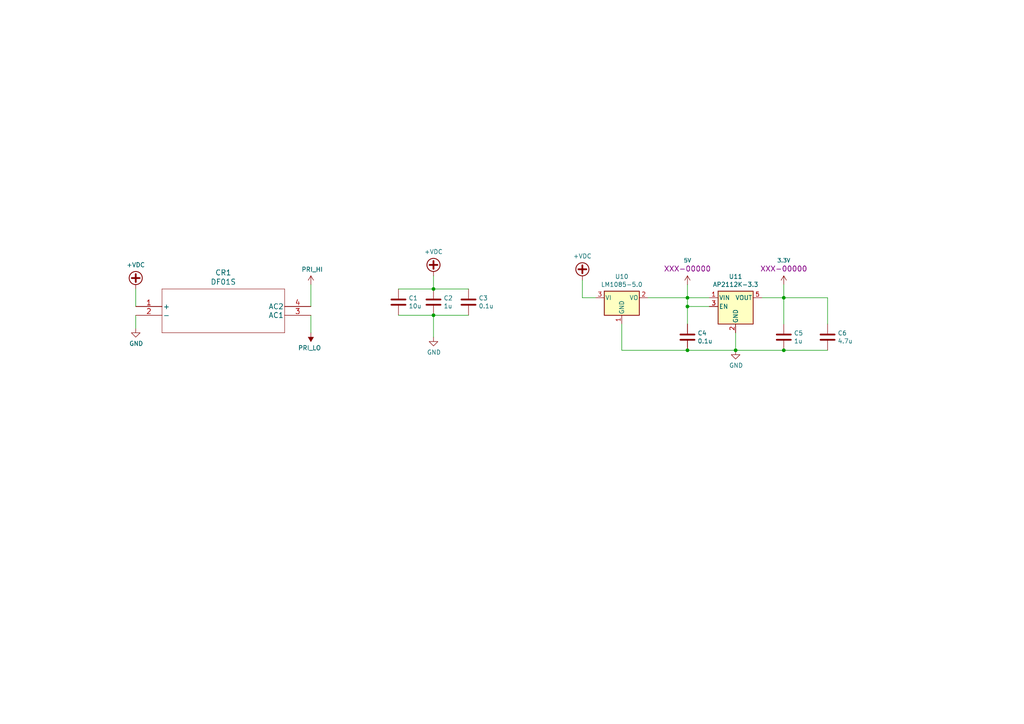
<source format=kicad_sch>
(kicad_sch (version 20230121) (generator eeschema)
  (paper "A4")
  (lib_symbols
    (symbol "CellLight-rescue:3.3V-SparkFun-PowerSymbols" (power) (pin_numbers hide) (pin_names (offset 1.016) hide)
      (property "Value" "3.3V-SparkFun-PowerSymbols" (at -1.27 3.81 0))
      (property "Footprint" "XXX-00000" (at 0 7.62 0))
      (symbol "3.3V-SparkFun-PowerSymbols_1_0"
        (polyline (pts (xy 0 0) (xy 0 2.54)))
        (polyline (pts (xy 0 2.54) (xy -0.762 1.27)))
        (polyline (pts (xy 0.762 1.27) (xy 0 2.54)))
      )
      (symbol "3.3V-SparkFun-PowerSymbols_1_1"
        (pin power_in line (at 0 0 90) (length 0) hide (name "3.3V") (number "~"))
      )
    )
    (symbol "CellLight-rescue:5V-SparkFun-PowerSymbols" (power) (pin_numbers hide) (pin_names (offset 1.016) hide)
      (property "Value" "5V-SparkFun-PowerSymbols" (at -1.27 3.81 0))
      (property "Footprint" "XXX-00000" (at 0 7.62 0))
      (symbol "5V-SparkFun-PowerSymbols_1_0"
        (polyline (pts (xy 0 0) (xy 0 2.54)))
        (polyline (pts (xy 0 2.54) (xy -0.762 1.27)))
        (polyline (pts (xy 0.762 1.27) (xy 0 2.54)))
      )
      (symbol "5V-SparkFun-PowerSymbols_1_1"
        (pin power_in line (at 0 0 90) (length 0) hide (name "5V") (number "~"))
      )
    )
    (symbol "CellLight-rescue:AP2112K-3.3-Regulator_Linear" (pin_names (offset 0.254))
      (property "Reference" "U" (at -5.08 5.715 0))
      (property "Value" "Regulator_Linear_AP2112K-3.3" (at 0 5.715 0))
      (symbol "AP2112K-3.3-Regulator_Linear_0_1"
        (rectangle (start -5.08 4.445) (end 5.08 -5.08) (stroke (width 0.254)) (fill (type background)))
      )
      (symbol "AP2112K-3.3-Regulator_Linear_1_1"
        (pin power_in line (at -7.62 2.54 0) (length 2.54) (name "VIN") (number "1"))
        (pin power_in line (at 0 -7.62 90) (length 2.54) (name "GND") (number "2"))
        (pin input line (at -7.62 0 0) (length 2.54) (name "EN") (number "3"))
        (pin no_connect line (at 7.62 0 180) (length 2.54) hide (name "NC") (number "4"))
        (pin power_out line (at 7.62 2.54 180) (length 2.54) (name "VOUT") (number "5"))
      )
    )
    (symbol "CellLight-rescue:DF01S-df01s" (pin_names (offset 0.254))
      (property "Reference" "CR" (at 25.4 10.16 0))
      (property "Value" "df01s_DF01S" (at 25.4 7.62 0))
      (symbol "DF01S-df01s_1_1"
        (polyline (pts (xy 7.62 -7.62) (xy 43.18 -7.62)) (stroke (width 0.127)))
        (polyline (pts (xy 7.62 5.08) (xy 7.62 -7.62)) (stroke (width 0.127)))
        (polyline (pts (xy 43.18 -7.62) (xy 43.18 5.08)) (stroke (width 0.127)))
        (polyline (pts (xy 43.18 5.08) (xy 7.62 5.08)) (stroke (width 0.127)))
        (pin input line (at 0 0 0) (length 7.62) (name "+") (number "1"))
        (pin power_in line (at 0 -2.54 0) (length 7.62) (name "-") (number "2"))
        (pin power_in line (at 50.8 -2.54 180) (length 7.62) (name "AC1") (number "3"))
        (pin power_in line (at 50.8 0 180) (length 7.62) (name "AC2") (number "4"))
      )
    )
    (symbol "Device:C" (pin_numbers hide) (pin_names (offset 0.254))
      (property "Reference" "C" (at 0.635 2.54 0))
      (property "Value" "C" (at 0.635 -2.54 0))
      (symbol "C_0_1"
        (polyline (pts (xy -2.032 -0.762) (xy 2.032 -0.762)) (stroke (width 0.508)))
        (polyline (pts (xy -2.032 0.762) (xy 2.032 0.762)) (stroke (width 0.508)))
      )
      (symbol "C_1_1"
        (pin passive line (at 0 3.81 270) (length 2.794) (name "~") (number "1"))
        (pin passive line (at 0 -3.81 90) (length 2.794) (name "~") (number "2"))
      )
    )
    (symbol "Regulator_Linear:LM1085-5.0" (pin_names (offset 0.254))
      (property "Reference" "U" (at -3.81 3.175 0))
      (property "Value" "LM1085-5.0" (at 0 3.175 0))
      (symbol "LM1085-5.0_0_1"
        (rectangle (start -5.08 1.905) (end 5.08 -5.08) (stroke (width 0.254)) (fill (type background)))
      )
      (symbol "LM1085-5.0_1_1"
        (pin power_in line (at 0 -7.62 90) (length 2.54) (name "GND") (number "1"))
        (pin power_out line (at 7.62 0 180) (length 2.54) (name "VO") (number "2"))
        (pin power_in line (at -7.62 0 0) (length 2.54) (name "VI") (number "3"))
      )
    )
    (symbol "power:+VDC" (power) (pin_names (offset 0))
      (property "Value" "+VDC" (at 0 6.35 0))
      (symbol "+VDC_0_1"
        (polyline (pts (xy -1.143 3.175) (xy 1.143 3.175)) (stroke (width 0.508)))
        (polyline (pts (xy 0 0) (xy 0 1.27)))
        (polyline (pts (xy 0 2.032) (xy 0 4.318)) (stroke (width 0.508)))
        (circle (center 0 3.175) (radius 1.905) (stroke (width 0.254)))
      )
      (symbol "+VDC_1_1"
        (pin power_in line (at 0 0 90) (length 0) hide (name "+VDC") (number "1"))
      )
    )
    (symbol "power:GND" (power) (pin_names (offset 0))
      (property "Value" "GND" (at 0 -3.81 0))
      (symbol "GND_0_1"
        (polyline (pts (xy 0 0) (xy 0 -1.27) (xy 1.27 -1.27) (xy 0 -2.54) (xy -1.27 -1.27) (xy 0 -1.27)))
      )
      (symbol "GND_1_1"
        (pin power_in line (at 0 0 270) (length 0) hide (name "GND") (number "1"))
      )
    )
    (symbol "power:PRI_HI" (power) (pin_names (offset 0))
      (property "Value" "PRI_HI" (at 0 3.81 0))
      (symbol "PRI_HI_0_1"
        (polyline (pts (xy -0.762 1.27) (xy 0 2.54)))
        (polyline (pts (xy 0 0) (xy 0 2.54)))
        (polyline (pts (xy 0 2.54) (xy 0.762 1.27)))
      )
      (symbol "PRI_HI_1_1"
        (pin power_in line (at 0 0 90) (length 0) hide (name "PRI_HI") (number "1"))
      )
    )
    (symbol "power:PRI_LO" (power) (pin_names (offset 0))
      (property "Value" "PRI_LO" (at 0 3.81 0))
      (symbol "PRI_LO_0_1"
        (polyline (pts (xy 0 0) (xy 0 2.54)))
        (polyline (pts (xy 0.762 1.27) (xy -0.762 1.27) (xy 0 2.54) (xy 0.762 1.27)) (fill (type outline)))
      )
      (symbol "PRI_LO_1_1"
        (pin power_in line (at 0 0 90) (length 0) hide (name "PRI_LO") (number "1"))
      )
    )
  )
  (junction (at 199.39 88.9))
  (junction (at 213.36 101.6))
  (junction (at 227.33 86.36))
  (junction (at 125.73 83.82))
  (junction (at 199.39 86.36))
  (junction (at 199.39 101.6))
  (junction (at 227.33 101.6))
  (junction (at 125.73 91.44))
  (wire (pts (xy 90.17 88.9) (xy 90.17 82.55)))
  (wire (pts (xy 213.36 101.6) (xy 213.36 96.52)))
  (wire (pts (xy 205.74 86.36) (xy 199.39 86.36)))
  (wire (pts (xy 199.39 86.36) (xy 199.39 88.9)))
  (wire (pts (xy 199.39 88.9) (xy 199.39 93.98)))
  (wire (pts (xy 213.36 101.6) (xy 227.33 101.6)))
  (wire (pts (xy 90.17 91.44) (xy 90.17 96.52)))
  (wire (pts (xy 227.33 86.36) (xy 227.33 93.98)))
  (wire (pts (xy 180.34 101.6) (xy 199.39 101.6)))
  (wire (pts (xy 125.73 83.82) (xy 125.73 80.01)))
  (wire (pts (xy 39.37 91.44) (xy 39.37 95.25)))
  (wire (pts (xy 240.03 86.36) (xy 240.03 93.98)))
  (wire (pts (xy 199.39 82.55) (xy 199.39 86.36)))
  (wire (pts (xy 180.34 93.98) (xy 180.34 101.6)))
  (wire (pts (xy 199.39 101.6) (xy 213.36 101.6)))
  (wire (pts (xy 220.98 86.36) (xy 227.33 86.36)))
  (wire (pts (xy 227.33 82.55) (xy 227.33 86.36)))
  (wire (pts (xy 125.73 97.79) (xy 125.73 91.44)))
  (wire (pts (xy 240.03 101.6) (xy 227.33 101.6)))
  (wire (pts (xy 168.91 86.36) (xy 172.72 86.36)))
  (wire (pts (xy 205.74 88.9) (xy 199.39 88.9)))
  (wire (pts (xy 168.91 81.28) (xy 168.91 86.36)))
  (wire (pts (xy 115.57 91.44) (xy 125.73 91.44)))
  (wire (pts (xy 115.57 83.82) (xy 125.73 83.82)))
  (wire (pts (xy 125.73 83.82) (xy 135.89 83.82)))
  (wire (pts (xy 125.73 91.44) (xy 135.89 91.44)))
  (wire (pts (xy 227.33 86.36) (xy 240.03 86.36)))
  (wire (pts (xy 39.37 83.82) (xy 39.37 88.9)))
  (wire (pts (xy 187.96 86.36) (xy 199.39 86.36)))
  (symbol (lib_id "power:GND") (at 39.37 95.25 0) (unit 1)
    (property "Reference" "#PWR05" (effects hide))
    (property "Value" "GND" (at 39.497 99.6442 0))
  )
  (symbol (lib_id "power:PRI_HI") (at 90.17 82.55 0) (unit 1)
    (property "Reference" "#PWR06" (effects hide))
    (property "Value" "PRI_HI" (at 90.551 78.1558 0))
  )
  (symbol (lib_id "power:PRI_LO") (at 90.17 96.52 180) (unit 1)
    (property "Reference" "#PWR07" (effects hide))
    (property "Value" "PRI_LO" (at 89.789 100.9142 0))
  )
  (symbol (lib_id "power:+VDC") (at 39.37 83.82 0) (unit 1)
    (property "Reference" "#PWR04" (effects hide))
    (property "Value" "+VDC" (at 39.37 76.835 0))
  )
  (symbol (lib_id "power:+VDC") (at 125.73 80.01 0) (unit 1)
    (property "Reference" "#PWR08" (effects hide))
    (property "Value" "+VDC" (at 125.73 73.025 0))
  )
  (symbol (lib_id "Device:C") (at 115.57 87.63 0) (unit 1)
    (property "Reference" "C1" (at 118.491 86.4616 0) (effects (justify left)))
    (property "Value" "10u" (at 118.491 88.773 0) (effects (justify left)))
    (property "Footprint" "Capacitor_SMD:C_0603_1608Metric_Pad1.05x0.95mm_HandSolder" (effects hide))
  )
  (symbol (lib_id "Device:C") (at 125.73 87.63 0) (unit 1)
    (property "Reference" "C2" (at 128.651 86.4616 0) (effects (justify left)))
    (property "Value" "1u" (at 128.651 88.773 0) (effects (justify left)))
    (property "Footprint" "Capacitor_SMD:C_0603_1608Metric_Pad1.05x0.95mm_HandSolder" (effects hide))
  )
  (symbol (lib_id "Device:C") (at 135.89 87.63 0) (unit 1)
    (property "Reference" "C3" (at 138.811 86.4616 0) (effects (justify left)))
    (property "Value" "0.1u" (at 138.811 88.773 0) (effects (justify left)))
    (property "Footprint" "Capacitor_SMD:C_0603_1608Metric_Pad1.05x0.95mm_HandSolder" (effects hide))
  )
  (symbol (lib_id "power:GND") (at 125.73 97.79 0) (unit 1)
    (property "Reference" "#PWR09" (effects hide))
    (property "Value" "GND" (at 125.857 102.1842 0))
  )
  (symbol (lib_id "CellLight-rescue:AP2112K-3.3-Regulator_Linear") (at 213.36 88.9 0) (unit 1)
    (property "Reference" "U11" (at 213.36 80.2132 0))
    (property "Value" "AP2112K-3.3" (at 213.36 82.5246 0))
    (property "Footprint" "Package_TO_SOT_SMD:SOT-23-5" (effects hide))
    (property "Datasheet" "https://www.diodes.com/assets/Datasheets/AP2112.pdf" (effects hide))
  )
  (symbol (lib_id "Device:C") (at 199.39 97.79 0) (unit 1)
    (property "Reference" "C4" (at 202.311 96.6216 0) (effects (justify left)))
    (property "Value" "0.1u" (at 202.311 98.933 0) (effects (justify left)))
    (property "Footprint" "Capacitor_SMD:C_0603_1608Metric_Pad1.05x0.95mm_HandSolder" (effects hide))
  )
  (symbol (lib_id "Device:C") (at 227.33 97.79 0) (unit 1)
    (property "Reference" "C5" (at 230.251 96.6216 0) (effects (justify left)))
    (property "Value" "1u" (at 230.251 98.933 0) (effects (justify left)))
    (property "Footprint" "Capacitor_SMD:C_0603_1608Metric_Pad1.05x0.95mm_HandSolder" (effects hide))
  )
  (symbol (lib_id "power:GND") (at 213.36 101.6 0) (unit 1)
    (property "Reference" "#PWR011" (effects hide))
    (property "Value" "GND" (at 213.487 105.9942 0))
  )
  (symbol (lib_id "Regulator_Linear:LM1085-5.0") (at 180.34 86.36 0) (unit 1)
    (property "Reference" "U10" (at 180.34 80.2132 0))
    (property "Value" "LM1085-5.0" (at 180.34 82.5246 0))
    (property "Footprint" "Package_TO_SOT_SMD:TO-263-3_TabPin2" (effects hide))
    (property "Datasheet" "http://www.ti.com/lit/ds/symlink/lm1085.pdf" (effects hide))
  )
  (symbol (lib_id "power:+VDC") (at 168.91 81.28 0) (unit 1)
    (property "Reference" "#PWR010" (effects hide))
    (property "Value" "+VDC" (at 168.91 74.295 0))
  )
  (symbol (lib_id "Device:C") (at 240.03 97.79 0) (unit 1)
    (property "Reference" "C6" (at 242.951 96.6216 0) (effects (justify left)))
    (property "Value" "4.7u" (at 242.951 98.933 0) (effects (justify left)))
    (property "Footprint" "Capacitor_SMD:C_0603_1608Metric_Pad1.05x0.95mm_HandSolder" (effects hide))
  )
  (symbol (lib_id "CellLight-rescue:3.3V-SparkFun-PowerSymbols") (at 227.33 82.55 0) (unit 1)
    (property "Reference" "#SUPPLY011" (effects hide))
    (property "Value" "3.3V" (at 227.33 75.5396 0) (effects (font (size 1.143 1.143))))
    (property "Footprint" "XXX-00000" (at 227.33 77.9526 0) (effects (font (size 1.524 1.524))))
  )
  (symbol (lib_id "CellLight-rescue:5V-SparkFun-PowerSymbols") (at 199.39 82.55 0) (unit 1)
    (property "Reference" "#SUPPLY010" (effects hide))
    (property "Value" "5V" (at 199.39 75.5396 0) (effects (font (size 1.143 1.143))))
    (property "Footprint" "XXX-00000" (at 199.39 77.9526 0) (effects (font (size 1.524 1.524))))
  )
  (symbol (lib_id "CellLight-rescue:DF01S-df01s") (at 39.37 88.9 0) (unit 1)
    (property "Reference" "CR1" (at 64.77 79.0702 0) (effects (font (size 1.524 1.524))))
    (property "Value" "DF01S" (at 64.77 81.7626 0) (effects (font (size 1.524 1.524))))
    (property "Footprint" "df01s:DF01S" (effects hide))
  )
)
</source>
